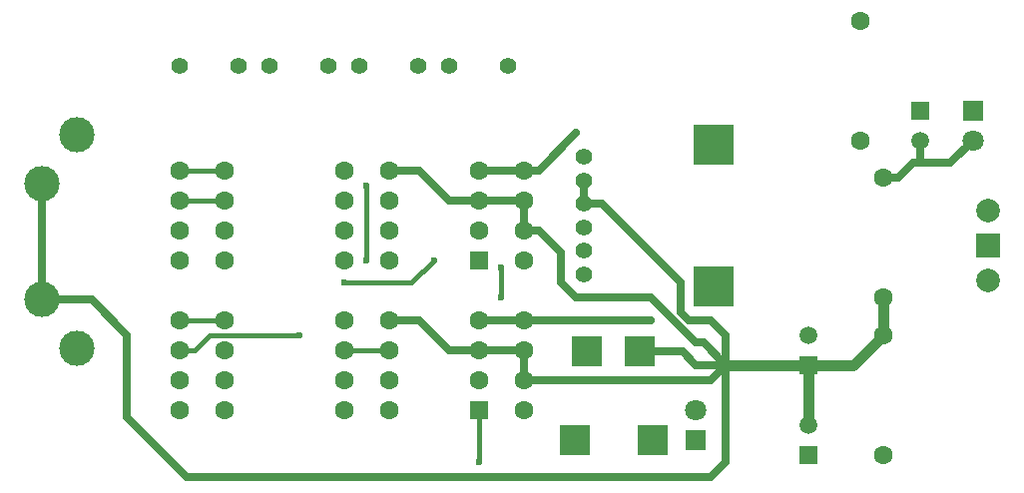
<source format=gbl>
G04 #@! TF.FileFunction,Copper,L2,Bot,Signal*
%FSLAX46Y46*%
G04 Gerber Fmt 4.6, Leading zero omitted, Abs format (unit mm)*
G04 Created by KiCad (PCBNEW 4.0.6) date Mon Jun  5 15:03:05 2017*
%MOMM*%
%LPD*%
G01*
G04 APERTURE LIST*
%ADD10C,0.100000*%
%ADD11C,1.600000*%
%ADD12C,1.400000*%
%ADD13C,1.500000*%
%ADD14R,1.500000X1.500000*%
%ADD15R,2.500000X2.500000*%
%ADD16R,1.800000X1.800000*%
%ADD17C,1.800000*%
%ADD18C,3.000000*%
%ADD19R,2.000000X2.000000*%
%ADD20C,2.000000*%
%ADD21R,1.600000X1.600000*%
%ADD22R,3.500000X3.500000*%
%ADD23C,0.600000*%
%ADD24C,0.635000*%
%ADD25C,0.889000*%
%ADD26C,0.381000*%
G04 APERTURE END LIST*
D10*
D11*
X152400000Y-85090000D03*
X152400000Y-82550000D03*
X152400000Y-80010000D03*
X152400000Y-77470000D03*
X152400000Y-97790000D03*
X152400000Y-95250000D03*
X152400000Y-92710000D03*
X152400000Y-90170000D03*
D12*
X123190000Y-68580000D03*
X128190000Y-68580000D03*
X130810000Y-68580000D03*
X135810000Y-68580000D03*
D11*
X123190000Y-82550000D03*
X123190000Y-85090000D03*
X123190000Y-77470000D03*
X123190000Y-80010000D03*
X123190000Y-95250000D03*
X123190000Y-97790000D03*
X123190000Y-90170000D03*
X123190000Y-92710000D03*
D12*
X146050000Y-68580000D03*
X151050000Y-68580000D03*
X138430000Y-68580000D03*
X143430000Y-68580000D03*
D13*
X176530000Y-99060000D03*
D14*
X176530000Y-101600000D03*
D13*
X176530000Y-91440000D03*
D14*
X176530000Y-93980000D03*
D13*
X186055000Y-74930000D03*
D14*
X186055000Y-72390000D03*
D15*
X157770000Y-92830000D03*
X162270000Y-92830000D03*
X163320000Y-100330000D03*
X156720000Y-100330000D03*
D16*
X190500000Y-72390000D03*
D17*
X190500000Y-74930000D03*
D18*
X111543116Y-78580646D03*
X114456884Y-74419354D03*
X114456884Y-92580646D03*
X111543116Y-88419354D03*
D11*
X127000000Y-82550000D03*
X137160000Y-82550000D03*
X137160000Y-77470000D03*
X127000000Y-77470000D03*
X127000000Y-85090000D03*
X137160000Y-85090000D03*
X137160000Y-80010000D03*
X127000000Y-80010000D03*
X127000000Y-95250000D03*
X137160000Y-95250000D03*
X127000000Y-92710000D03*
X137160000Y-92710000D03*
X127000000Y-97790000D03*
X137160000Y-97790000D03*
X127000000Y-90170000D03*
X137160000Y-90170000D03*
X180975000Y-74930000D03*
X180975000Y-64770000D03*
X182880000Y-101600000D03*
X182880000Y-91440000D03*
X182880000Y-88265000D03*
X182880000Y-78105000D03*
D19*
X191770000Y-83820000D03*
D20*
X191770000Y-86820000D03*
X191770000Y-80820000D03*
D21*
X148590000Y-85090000D03*
D11*
X148590000Y-82550000D03*
X148590000Y-80010000D03*
X148590000Y-77470000D03*
X140970000Y-77470000D03*
X140970000Y-80010000D03*
X140970000Y-82550000D03*
X140970000Y-85090000D03*
D21*
X148590000Y-97790000D03*
D11*
X148590000Y-95250000D03*
X148590000Y-92710000D03*
X148590000Y-90170000D03*
X140970000Y-90170000D03*
X140970000Y-92710000D03*
X140970000Y-95250000D03*
X140970000Y-97790000D03*
D22*
X168480000Y-75280000D03*
D12*
X157480000Y-82280000D03*
X157480000Y-80280000D03*
X157480000Y-84280000D03*
X157480000Y-78280000D03*
X157480000Y-76280000D03*
X157480000Y-86280000D03*
D22*
X168480000Y-87280000D03*
D16*
X167005000Y-100330000D03*
D17*
X167005000Y-97790000D03*
D23*
X156845000Y-74295000D03*
X163195000Y-90170000D03*
X144780000Y-85090000D03*
X137160000Y-86995000D03*
X148590000Y-102235000D03*
X150495000Y-85725000D03*
X150495000Y-88265000D03*
X133350000Y-91440000D03*
X139065000Y-78740000D03*
X139065000Y-85090000D03*
D24*
X157480000Y-80280000D02*
X157480000Y-78280000D01*
X157480000Y-80280000D02*
X159020000Y-80280000D01*
X169545000Y-91440000D02*
X168275000Y-90170000D01*
X168275000Y-90170000D02*
X166370000Y-90170000D01*
X166370000Y-90170000D02*
X165735000Y-89535000D01*
X165735000Y-89535000D02*
X165735000Y-86995000D01*
X165735000Y-86995000D02*
X163020000Y-84280000D01*
X169545000Y-91440000D02*
X169545000Y-93980000D01*
X159020000Y-80280000D02*
X163020000Y-84280000D01*
X152400000Y-95250000D02*
X156210000Y-95250000D01*
X168275000Y-95250000D02*
X169545000Y-93980000D01*
X156210000Y-95250000D02*
X168275000Y-95250000D01*
X152400000Y-95250000D02*
X152400000Y-92710000D01*
X156845000Y-88265000D02*
X163195000Y-88265000D01*
X163195000Y-88265000D02*
X167005000Y-92075000D01*
X167005000Y-92075000D02*
X167640000Y-92075000D01*
X167640000Y-92075000D02*
X169545000Y-93980000D01*
X152400000Y-82550000D02*
X153670000Y-82550000D01*
X155575000Y-86995000D02*
X156845000Y-88265000D01*
X155575000Y-84455000D02*
X155575000Y-86995000D01*
X153670000Y-82550000D02*
X155575000Y-84455000D01*
X162270000Y-92830000D02*
X165855000Y-92830000D01*
X165855000Y-92830000D02*
X167005000Y-93980000D01*
X167005000Y-93980000D02*
X169545000Y-93980000D01*
X111543116Y-88419354D02*
X111543116Y-78580646D01*
X169545000Y-93980000D02*
X169545000Y-102235000D01*
X169545000Y-102235000D02*
X168275000Y-103505000D01*
X168275000Y-103505000D02*
X123825000Y-103505000D01*
X123825000Y-103505000D02*
X118745000Y-98425000D01*
X118745000Y-98425000D02*
X118745000Y-91440000D01*
X118745000Y-91440000D02*
X115724354Y-88419354D01*
X115724354Y-88419354D02*
X111543116Y-88419354D01*
X140970000Y-77470000D02*
X143510000Y-77470000D01*
X146050000Y-80010000D02*
X148590000Y-80010000D01*
X143510000Y-77470000D02*
X146050000Y-80010000D01*
X148590000Y-80010000D02*
X152400000Y-80010000D01*
X152400000Y-82550000D02*
X152400000Y-80010000D01*
D25*
X182880000Y-91440000D02*
X182880000Y-88265000D01*
X176530000Y-93980000D02*
X180340000Y-93980000D01*
X180340000Y-93980000D02*
X182880000Y-91440000D01*
D24*
X140970000Y-90170000D02*
X143510000Y-90170000D01*
X146050000Y-92710000D02*
X148590000Y-92710000D01*
X143510000Y-90170000D02*
X146050000Y-92710000D01*
X148590000Y-92710000D02*
X152400000Y-92710000D01*
D25*
X169545000Y-93980000D02*
X176530000Y-93980000D01*
X176530000Y-93980000D02*
X176530000Y-99060000D01*
D24*
X186055000Y-74930000D02*
X186055000Y-76835000D01*
X152400000Y-77470000D02*
X148590000Y-77470000D01*
X152400000Y-77470000D02*
X153670000Y-77470000D01*
X156845000Y-74295000D02*
X153670000Y-77470000D01*
X152400000Y-90170000D02*
X148590000Y-90170000D01*
X182880000Y-78105000D02*
X184150000Y-78105000D01*
X188595000Y-76835000D02*
X190500000Y-74930000D01*
X185420000Y-76835000D02*
X186055000Y-76835000D01*
X186055000Y-76835000D02*
X186690000Y-76835000D01*
X186690000Y-76835000D02*
X188595000Y-76835000D01*
X184150000Y-78105000D02*
X185420000Y-76835000D01*
X152400000Y-90170000D02*
X163195000Y-90170000D01*
D26*
X142875000Y-86995000D02*
X144780000Y-85090000D01*
X137160000Y-86995000D02*
X142875000Y-86995000D01*
X123190000Y-77470000D02*
X127000000Y-77470000D01*
X123190000Y-80010000D02*
X127000000Y-80010000D01*
X148590000Y-102235000D02*
X148590000Y-97790000D01*
X150495000Y-88265000D02*
X150495000Y-85725000D01*
X127000000Y-90170000D02*
X123190000Y-90170000D01*
X137160000Y-92710000D02*
X140970000Y-92710000D01*
X123190000Y-92710000D02*
X124460000Y-92710000D01*
X125730000Y-91440000D02*
X133350000Y-91440000D01*
X124460000Y-92710000D02*
X125730000Y-91440000D01*
X139065000Y-85090000D02*
X139065000Y-78740000D01*
D24*
X157560000Y-86360000D02*
X157480000Y-86280000D01*
M02*

</source>
